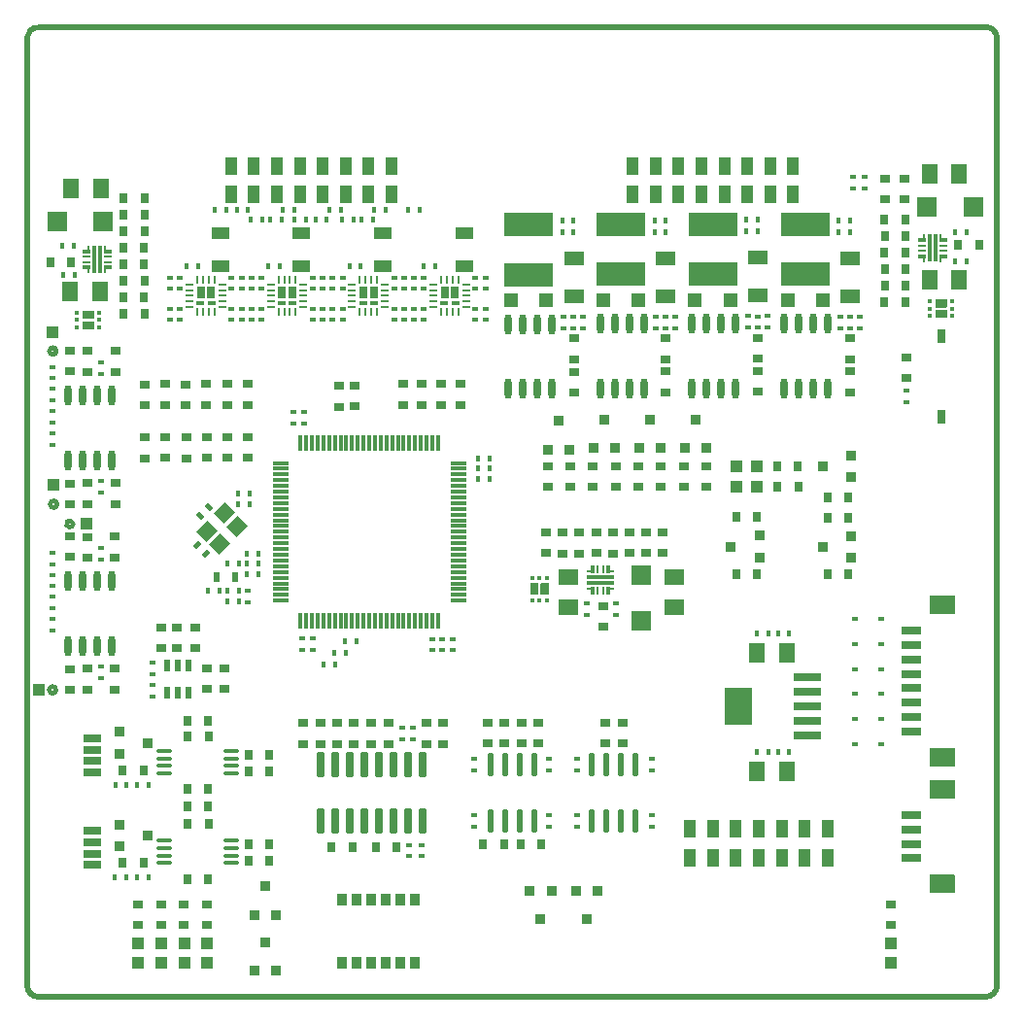
<source format=gbr>
G04*
G04 #@! TF.GenerationSoftware,Altium Limited,Altium Designer,24.1.2 (44)*
G04*
G04 Layer_Color=8421504*
%FSLAX44Y44*%
%MOMM*%
G71*
G04*
G04 #@! TF.SameCoordinates,594C4E7E-5880-4872-9B90-1EBF5E6123A4*
G04*
G04*
G04 #@! TF.FilePolarity,Positive*
G04*
G01*
G75*
%ADD16C,0.5080*%
%ADD20C,0.3810*%
G04:AMPARAMS|DCode=31|XSize=1.96mm|YSize=0.57mm|CornerRadius=0.1397mm|HoleSize=0mm|Usage=FLASHONLY|Rotation=270.000|XOffset=0mm|YOffset=0mm|HoleType=Round|Shape=RoundedRectangle|*
%AMROUNDEDRECTD31*
21,1,1.9600,0.2907,0,0,270.0*
21,1,1.6807,0.5700,0,0,270.0*
1,1,0.2793,-0.1454,-0.8404*
1,1,0.2793,-0.1454,0.8404*
1,1,0.2793,0.1454,0.8404*
1,1,0.2793,0.1454,-0.8404*
%
%ADD31ROUNDEDRECTD31*%
%ADD32O,0.6000X1.8000*%
%ADD33R,1.8000X1.4000*%
%ADD34R,1.4000X1.8000*%
%ADD35R,1.8000X1.8000*%
%ADD36R,1.8000X1.8000*%
%ADD37R,1.0000X1.5000*%
%ADD38R,0.8000X0.9000*%
%ADD39O,1.4500X0.3500*%
%ADD40R,0.2500X0.6500*%
%ADD41R,0.6500X0.3000*%
%ADD42R,0.7000X1.0000*%
%ADD43R,0.6500X0.2500*%
%ADD44R,0.6500X0.2286*%
%ADD45R,1.1500X1.3000*%
%ADD46R,0.4500X0.6000*%
%ADD47R,0.5000X0.4500*%
%ADD48R,1.5494X0.6604*%
%ADD49R,0.9500X0.9000*%
%ADD50R,0.9000X0.8000*%
%ADD51R,0.6000X0.4500*%
%ADD52R,1.0000X1.1000*%
%ADD53R,1.8000X0.7000*%
%ADD54R,0.8128X1.0922*%
%ADD55R,0.9000X0.9500*%
G04:AMPARAMS|DCode=56|XSize=2.16mm|YSize=0.72mm|CornerRadius=0.18mm|HoleSize=0mm|Usage=FLASHONLY|Rotation=90.000|XOffset=0mm|YOffset=0mm|HoleType=Round|Shape=RoundedRectangle|*
%AMROUNDEDRECTD56*
21,1,2.1600,0.3600,0,0,90.0*
21,1,1.8000,0.7200,0,0,90.0*
1,1,0.3600,0.1800,0.9000*
1,1,0.3600,0.1800,-0.9000*
1,1,0.3600,-0.1800,-0.9000*
1,1,0.3600,-0.1800,0.9000*
%
%ADD56ROUNDEDRECTD56*%
G04:AMPARAMS|DCode=57|XSize=3.2mm|YSize=2.4mm|CornerRadius=0.048mm|HoleSize=0mm|Usage=FLASHONLY|Rotation=270.000|XOffset=0mm|YOffset=0mm|HoleType=Round|Shape=RoundedRectangle|*
%AMROUNDEDRECTD57*
21,1,3.2000,2.3040,0,0,270.0*
21,1,3.1040,2.4000,0,0,270.0*
1,1,0.0960,-1.1520,-1.5520*
1,1,0.0960,-1.1520,1.5520*
1,1,0.0960,1.1520,1.5520*
1,1,0.0960,1.1520,-1.5520*
%
%ADD57ROUNDEDRECTD57*%
G04:AMPARAMS|DCode=58|XSize=0.7mm|YSize=2.4mm|CornerRadius=0.049mm|HoleSize=0mm|Usage=FLASHONLY|Rotation=270.000|XOffset=0mm|YOffset=0mm|HoleType=Round|Shape=RoundedRectangle|*
%AMROUNDEDRECTD58*
21,1,0.7000,2.3020,0,0,270.0*
21,1,0.6020,2.4000,0,0,270.0*
1,1,0.0980,-1.1510,-0.3010*
1,1,0.0980,-1.1510,0.3010*
1,1,0.0980,1.1510,0.3010*
1,1,0.0980,1.1510,-0.3010*
%
%ADD58ROUNDEDRECTD58*%
%ADD59R,0.3000X0.4500*%
%ADD60R,0.6000X1.0000*%
%ADD61R,0.6000X0.9000*%
%ADD62R,2.4000X0.3000*%
%ADD63R,0.3000X0.6500*%
%ADD64R,0.3000X2.4000*%
%ADD65R,0.6500X0.3000*%
%ADD66R,0.4500X0.3000*%
%ADD67R,1.1000X1.0000*%
%ADD68R,0.8000X1.2000*%
%ADD69R,0.3300X1.3500*%
%ADD70R,1.3500X0.3300*%
G04:AMPARAMS|DCode=71|XSize=1.4mm|YSize=1.2mm|CornerRadius=0mm|HoleSize=0mm|Usage=FLASHONLY|Rotation=45.000|XOffset=0mm|YOffset=0mm|HoleType=Round|Shape=Rectangle|*
%AMROTATEDRECTD71*
4,1,4,-0.0707,-0.9192,-0.9192,-0.0707,0.0707,0.9192,0.9192,0.0707,-0.0707,-0.9192,0.0*
%
%ADD71ROTATEDRECTD71*%

G04:AMPARAMS|DCode=72|XSize=0.45mm|YSize=0.6mm|CornerRadius=0mm|HoleSize=0mm|Usage=FLASHONLY|Rotation=315.000|XOffset=0mm|YOffset=0mm|HoleType=Round|Shape=Rectangle|*
%AMROTATEDRECTD72*
4,1,4,-0.3712,-0.0530,0.0530,0.3712,0.3712,0.0530,-0.0530,-0.3712,-0.3712,-0.0530,0.0*
%
%ADD72ROTATEDRECTD72*%

G04:AMPARAMS|DCode=73|XSize=0.45mm|YSize=0.6mm|CornerRadius=0mm|HoleSize=0mm|Usage=FLASHONLY|Rotation=225.000|XOffset=0mm|YOffset=0mm|HoleType=Round|Shape=Rectangle|*
%AMROTATEDRECTD73*
4,1,4,-0.0530,0.3712,0.3712,-0.0530,0.0530,-0.3712,-0.3712,0.0530,-0.0530,0.3712,0.0*
%
%ADD73ROTATEDRECTD73*%

%ADD74R,1.5000X1.0000*%
%ADD75R,4.2000X2.0000*%
%ADD76R,1.6510X1.2700*%
%ADD77R,1.0000X1.0000*%
G36*
X803579Y610089D02*
X803671Y610061D01*
X803756Y610016D01*
X803830Y609955D01*
X803891Y609881D01*
X803936Y609796D01*
X803964Y609704D01*
X803974Y609609D01*
Y603589D01*
X803964Y603493D01*
X803936Y603401D01*
X803891Y603317D01*
X803830Y603242D01*
X803756Y603181D01*
X803671Y603136D01*
X803579Y603108D01*
X803484Y603099D01*
X794464D01*
X794368Y603108D01*
X794276Y603136D01*
X794191Y603181D01*
X794117Y603242D01*
X794056Y603317D01*
X794011Y603401D01*
X793983Y603493D01*
X793973Y603589D01*
Y609609D01*
X793983Y609704D01*
X794011Y609796D01*
X794056Y609881D01*
X794117Y609955D01*
X794191Y610016D01*
X794276Y610061D01*
X794368Y610089D01*
X794464Y610099D01*
X803484D01*
X803579Y610089D01*
D02*
G37*
G36*
Y601089D02*
X803671Y601062D01*
X803756Y601016D01*
X803830Y600955D01*
X803891Y600881D01*
X803936Y600796D01*
X803964Y600704D01*
X803974Y600609D01*
Y594589D01*
X803964Y594493D01*
X803936Y594401D01*
X803891Y594317D01*
X803830Y594242D01*
X803756Y594181D01*
X803671Y594136D01*
X803579Y594108D01*
X803484Y594099D01*
X794464D01*
X794368Y594108D01*
X794276Y594136D01*
X794191Y594181D01*
X794117Y594242D01*
X794056Y594317D01*
X794011Y594401D01*
X793983Y594493D01*
X793973Y594589D01*
Y600609D01*
X793983Y600704D01*
X794011Y600796D01*
X794056Y600881D01*
X794117Y600955D01*
X794191Y601016D01*
X794276Y601062D01*
X794368Y601089D01*
X794464Y601099D01*
X803484D01*
X803579Y601089D01*
D02*
G37*
G36*
X60132Y600176D02*
X60224Y600149D01*
X60309Y600103D01*
X60383Y600042D01*
X60444Y599968D01*
X60490Y599883D01*
X60518Y599791D01*
X60527Y599696D01*
Y593676D01*
X60518Y593580D01*
X60490Y593488D01*
X60444Y593404D01*
X60383Y593329D01*
X60309Y593268D01*
X60224Y593223D01*
X60132Y593195D01*
X60037Y593186D01*
X51017D01*
X50921Y593195D01*
X50829Y593223D01*
X50745Y593268D01*
X50670Y593329D01*
X50609Y593404D01*
X50564Y593488D01*
X50536Y593580D01*
X50527Y593676D01*
Y599696D01*
X50536Y599791D01*
X50564Y599883D01*
X50609Y599968D01*
X50670Y600042D01*
X50745Y600103D01*
X50829Y600149D01*
X50921Y600176D01*
X51017Y600186D01*
X60037D01*
X60132Y600176D01*
D02*
G37*
G36*
Y591176D02*
X60224Y591149D01*
X60309Y591103D01*
X60383Y591042D01*
X60444Y590968D01*
X60490Y590883D01*
X60518Y590792D01*
X60527Y590696D01*
Y584676D01*
X60518Y584580D01*
X60490Y584488D01*
X60444Y584404D01*
X60383Y584329D01*
X60309Y584268D01*
X60224Y584223D01*
X60132Y584195D01*
X60037Y584186D01*
X51017D01*
X50921Y584195D01*
X50829Y584223D01*
X50745Y584268D01*
X50670Y584329D01*
X50609Y584404D01*
X50564Y584488D01*
X50536Y584580D01*
X50527Y584676D01*
Y590696D01*
X50536Y590792D01*
X50564Y590883D01*
X50609Y590968D01*
X50670Y591042D01*
X50745Y591103D01*
X50829Y591149D01*
X50921Y591176D01*
X51017Y591186D01*
X60037D01*
X60132Y591176D01*
D02*
G37*
G36*
X456469Y362832D02*
X456561Y362804D01*
X456645Y362758D01*
X456720Y362697D01*
X456781Y362623D01*
X456826Y362539D01*
X456854Y362447D01*
X456863Y362351D01*
Y353331D01*
X456854Y353235D01*
X456826Y353144D01*
X456781Y353059D01*
X456720Y352985D01*
X456645Y352924D01*
X456561Y352878D01*
X456469Y352850D01*
X456373Y352841D01*
X450353D01*
X450258Y352850D01*
X450166Y352878D01*
X450081Y352924D01*
X450007Y352985D01*
X449946Y353059D01*
X449901Y353144D01*
X449873Y353235D01*
X449863Y353331D01*
Y362351D01*
X449873Y362447D01*
X449901Y362539D01*
X449946Y362623D01*
X450007Y362697D01*
X450081Y362758D01*
X450166Y362804D01*
X450258Y362832D01*
X450353Y362841D01*
X456373D01*
X456469Y362832D01*
D02*
G37*
G36*
X447469D02*
X447561Y362804D01*
X447645Y362758D01*
X447720Y362697D01*
X447781Y362623D01*
X447826Y362539D01*
X447854Y362447D01*
X447863Y362351D01*
Y353331D01*
X447854Y353235D01*
X447826Y353144D01*
X447781Y353059D01*
X447720Y352985D01*
X447645Y352924D01*
X447561Y352878D01*
X447469Y352850D01*
X447373Y352841D01*
X441353D01*
X441258Y352850D01*
X441166Y352878D01*
X441081Y352924D01*
X441007Y352985D01*
X440946Y353059D01*
X440900Y353144D01*
X440873Y353235D01*
X440863Y353331D01*
Y362351D01*
X440873Y362447D01*
X440900Y362539D01*
X440946Y362623D01*
X441007Y362697D01*
X441081Y362758D01*
X441166Y362804D01*
X441258Y362832D01*
X441353Y362841D01*
X447373D01*
X447469Y362832D01*
D02*
G37*
G36*
X811000Y336114D02*
X810950Y336094D01*
X810930Y336084D01*
X810900Y336074D01*
X810880Y336064D01*
X810860Y336054D01*
X810840Y336034D01*
X810810Y336024D01*
X810790Y336014D01*
X810770Y336004D01*
X810750Y335994D01*
X810720Y335984D01*
X810700Y335964D01*
X810680Y335954D01*
X810660Y335944D01*
X810640Y335934D01*
X810610Y335924D01*
X810590Y335904D01*
X810570Y335894D01*
X810550Y335884D01*
X810530Y335864D01*
X810510Y335854D01*
X810480Y335844D01*
X810460Y335834D01*
X810440Y335814D01*
X810420Y335804D01*
X810400Y335784D01*
X810380Y335774D01*
X810360Y335764D01*
X810340Y335744D01*
X810350Y335754D01*
X789000D01*
Y351754D01*
X811000D01*
Y336114D01*
D02*
G37*
G36*
X810350Y219254D02*
X810345D01*
X810360Y219244D01*
X810380Y219234D01*
X810400Y219224D01*
X810420Y219204D01*
X810440Y219194D01*
X810460Y219184D01*
X810480Y219164D01*
X810500Y219154D01*
X810530Y219144D01*
X810550Y219124D01*
X810570Y219114D01*
X810590Y219104D01*
X810610Y219094D01*
X810630Y219074D01*
X810660Y219064D01*
X810680Y219054D01*
X810700Y219044D01*
X810720Y219034D01*
X810740Y219014D01*
X810770Y219004D01*
X810790Y218994D01*
X810810Y218984D01*
X810830Y218974D01*
X810860Y218964D01*
X810880Y218944D01*
X810900Y218934D01*
X810920Y218924D01*
X810950Y218914D01*
X811000Y218894D01*
Y203254D01*
X789000D01*
Y219254D01*
X810345D01*
X810330Y219264D01*
X810350Y219254D01*
D02*
G37*
G36*
X811000Y175609D02*
X810950Y175589D01*
X810930Y175579D01*
X810900Y175569D01*
X810880Y175559D01*
X810860Y175549D01*
X810840Y175529D01*
X810810Y175519D01*
X810790Y175509D01*
X810770Y175499D01*
X810750Y175489D01*
X810720Y175479D01*
X810700Y175459D01*
X810680Y175449D01*
X810660Y175439D01*
X810640Y175429D01*
X810610Y175419D01*
X810590Y175399D01*
X810570Y175389D01*
X810550Y175379D01*
X810530Y175359D01*
X810510Y175349D01*
X810480Y175339D01*
X810460Y175329D01*
X810440Y175309D01*
X810420Y175299D01*
X810400Y175279D01*
X810380Y175269D01*
X810360Y175259D01*
X810340Y175239D01*
X810350Y175249D01*
X789000D01*
Y191249D01*
X811000D01*
Y175609D01*
D02*
G37*
G36*
X810360Y108739D02*
X810380Y108729D01*
X810400Y108719D01*
X810420Y108699D01*
X810440Y108689D01*
X810460Y108669D01*
X810480Y108659D01*
X810510Y108649D01*
X810530Y108639D01*
X810550Y108619D01*
X810570Y108609D01*
X810590Y108599D01*
X810610Y108579D01*
X810640Y108569D01*
X810660Y108559D01*
X810680Y108549D01*
X810700Y108539D01*
X810720Y108519D01*
X810750Y108509D01*
X810770Y108499D01*
X810790Y108489D01*
X810810Y108479D01*
X810840Y108469D01*
X810860Y108449D01*
X810880Y108439D01*
X810900Y108429D01*
X810930Y108419D01*
X810950Y108409D01*
X811000Y108389D01*
Y92749D01*
X789000D01*
Y108749D01*
X810350D01*
X810340Y108759D01*
X810360Y108739D01*
D02*
G37*
D16*
X2517Y12098D02*
G03*
X5386Y5173I9794J0D01*
G01*
D02*
G03*
X11795Y2518I6409J6409D01*
G01*
X838080D02*
G03*
X844685Y5254I0J9341D01*
G01*
D02*
G03*
X847542Y12153I-6899J6899D01*
G01*
Y837706D02*
G03*
X844550Y844930I-10216J0D01*
G01*
D02*
G03*
X838430Y847465I-6120J-6120D01*
G01*
X12537Y847459D02*
G03*
X4888Y844291I0J-10818D01*
G01*
D02*
G03*
X2517Y838567I5723J-5723D01*
G01*
X847542Y12153D02*
Y837706D01*
X847090Y12605D02*
Y23622D01*
X2517Y834390D02*
X2517Y12098D01*
X2545Y714060D02*
Y834362D01*
Y714060D02*
Y834362D01*
X11795Y2518D02*
X838080D01*
X11817Y2540D02*
X22098D01*
X12537Y847459D02*
X64411D01*
X64417Y847465D02*
X838430D01*
X847090Y12605D02*
X847542Y12153D01*
X847090Y12605D02*
X847542Y12153D01*
X11795Y2518D02*
X11817Y2540D01*
X2517Y834390D02*
X2545Y834362D01*
X2517Y834390D02*
X2545Y834362D01*
X64411Y847459D02*
X64417Y847465D01*
X2517Y834390D02*
Y838567D01*
D20*
X27811Y565187D02*
G03*
X27811Y565187I-3000J0D01*
G01*
X27590Y269772D02*
G03*
X27590Y269772I-3000J0D01*
G01*
X39406Y411625D02*
G03*
X42370Y414624I-36J3000D01*
G01*
D02*
G03*
X39406Y411625I-3000J0D01*
G01*
X28478Y431676D02*
G03*
X28478Y431676I-3000J0D01*
G01*
D31*
X406525Y155652D02*
D03*
X419225D02*
D03*
X431925D02*
D03*
X444624D02*
D03*
Y205052D02*
D03*
X431925D02*
D03*
X419225D02*
D03*
X406525D02*
D03*
X532839D02*
D03*
X520139D02*
D03*
X507439D02*
D03*
X494739D02*
D03*
Y155652D02*
D03*
X507439D02*
D03*
X520139D02*
D03*
X532839D02*
D03*
D32*
X662380Y532331D02*
D03*
X675080D02*
D03*
X687780D02*
D03*
X700480D02*
D03*
X662380Y588831D02*
D03*
X675080D02*
D03*
X687780D02*
D03*
X700480D02*
D03*
X581862Y532584D02*
D03*
X594562D02*
D03*
X607262D02*
D03*
X619962D02*
D03*
X581862Y589085D02*
D03*
X594562D02*
D03*
X607262D02*
D03*
X619962D02*
D03*
X501542Y532331D02*
D03*
X514242D02*
D03*
X526942D02*
D03*
X539642D02*
D03*
X501542Y588831D02*
D03*
X514242D02*
D03*
X526942D02*
D03*
X539642D02*
D03*
X421194Y532078D02*
D03*
X433894D02*
D03*
X446594D02*
D03*
X459294D02*
D03*
X421194Y588578D02*
D03*
X433894D02*
D03*
X446594D02*
D03*
X459294D02*
D03*
X38100Y469844D02*
D03*
X50800D02*
D03*
X63500D02*
D03*
X76200D02*
D03*
X38100Y526344D02*
D03*
X50800D02*
D03*
X63500D02*
D03*
X76200D02*
D03*
X76152Y364440D02*
D03*
X63452D02*
D03*
X50752D02*
D03*
X38052D02*
D03*
X76152Y307940D02*
D03*
X63452D02*
D03*
X50752D02*
D03*
X38052D02*
D03*
D33*
X566674Y368300D02*
D03*
Y342300D02*
D03*
X473834Y368205D02*
D03*
Y342205D02*
D03*
D34*
X788742Y719697D02*
D03*
X814742D02*
D03*
X66856Y707070D02*
D03*
X40856D02*
D03*
X664690Y302361D02*
D03*
X638690D02*
D03*
X664690Y198965D02*
D03*
X638690D02*
D03*
X788742Y626990D02*
D03*
X814742D02*
D03*
X65586Y617221D02*
D03*
X39586D02*
D03*
D35*
X537469Y370300D02*
D03*
Y330300D02*
D03*
D36*
X786742Y690491D02*
D03*
X826742D02*
D03*
X68816Y678053D02*
D03*
X28816D02*
D03*
D37*
X529997Y701498D02*
D03*
Y726498D02*
D03*
X549998Y701498D02*
D03*
Y726498D02*
D03*
X569998Y701498D02*
D03*
Y726498D02*
D03*
X589997Y701498D02*
D03*
Y726498D02*
D03*
X609998Y701498D02*
D03*
Y726498D02*
D03*
X629997Y701498D02*
D03*
Y726498D02*
D03*
X649998Y701498D02*
D03*
Y726498D02*
D03*
X669998Y701498D02*
D03*
Y726498D02*
D03*
X179998Y701498D02*
D03*
Y726498D02*
D03*
X199998Y701498D02*
D03*
Y726498D02*
D03*
X219998Y701498D02*
D03*
Y726498D02*
D03*
X239998Y701498D02*
D03*
Y726498D02*
D03*
X259998Y701498D02*
D03*
Y726498D02*
D03*
X279998Y701498D02*
D03*
Y726498D02*
D03*
X299998Y701498D02*
D03*
Y726498D02*
D03*
X319998Y701498D02*
D03*
Y726498D02*
D03*
X580002Y123502D02*
D03*
Y148502D02*
D03*
X600002Y123502D02*
D03*
Y148502D02*
D03*
X620002Y123502D02*
D03*
Y148502D02*
D03*
X640002Y123502D02*
D03*
Y148502D02*
D03*
X660002Y123502D02*
D03*
Y148502D02*
D03*
X680002Y123502D02*
D03*
Y148502D02*
D03*
X700002Y123502D02*
D03*
Y148502D02*
D03*
D38*
X195370Y121305D02*
D03*
X213529Y121307D02*
D03*
X160238Y104979D02*
D03*
X142079Y104977D02*
D03*
X160617Y229109D02*
D03*
X142458Y229108D02*
D03*
X160238Y168655D02*
D03*
X142079Y168653D02*
D03*
X160238Y183642D02*
D03*
X142079Y183641D02*
D03*
X160617Y153494D02*
D03*
X142458Y153493D02*
D03*
X213529Y213510D02*
D03*
X195370Y213509D02*
D03*
Y199031D02*
D03*
X213529Y199032D02*
D03*
X195370Y135529D02*
D03*
X213529Y135531D02*
D03*
X160238Y243214D02*
D03*
X142079Y243213D02*
D03*
X103778Y199659D02*
D03*
X85620Y199658D02*
D03*
X103644Y118964D02*
D03*
X85485Y118963D02*
D03*
X450720Y135383D02*
D03*
X432561Y135382D02*
D03*
X306118Y132837D02*
D03*
X324277Y132839D02*
D03*
X399926Y135381D02*
D03*
X418085Y135382D02*
D03*
X285923Y132839D02*
D03*
X267764Y132837D02*
D03*
X104676Y684271D02*
D03*
X86517Y684270D02*
D03*
X700083Y437963D02*
D03*
X718242Y437964D02*
D03*
X749927Y636741D02*
D03*
X768086Y636742D02*
D03*
X749548Y651203D02*
D03*
X767707Y651204D02*
D03*
X749927Y622278D02*
D03*
X768086Y622280D02*
D03*
X749927Y665667D02*
D03*
X768086Y665668D02*
D03*
X767707Y680130D02*
D03*
X749548Y680128D02*
D03*
Y607814D02*
D03*
X767707Y607816D02*
D03*
X813838Y657468D02*
D03*
X831996Y657469D02*
D03*
X638582Y370670D02*
D03*
X620423Y370669D02*
D03*
X700083Y370399D02*
D03*
X718242Y370400D02*
D03*
X620423Y420453D02*
D03*
X638582Y420454D02*
D03*
X674620Y447313D02*
D03*
X656461Y447311D02*
D03*
X655699Y464820D02*
D03*
X673858Y464821D02*
D03*
X718242Y420184D02*
D03*
X700083Y420183D02*
D03*
X86517Y698714D02*
D03*
X104676Y698715D02*
D03*
Y669827D02*
D03*
X86517Y669826D02*
D03*
Y597607D02*
D03*
X104676Y597608D02*
D03*
X86138Y655381D02*
D03*
X104297Y655382D02*
D03*
X22482Y642619D02*
D03*
X40641Y642620D02*
D03*
X104676Y626496D02*
D03*
X86517Y626494D02*
D03*
X104297Y612051D02*
D03*
X86138Y612049D02*
D03*
Y640937D02*
D03*
X104297Y640938D02*
D03*
D39*
X121671Y138553D02*
D03*
Y132053D02*
D03*
Y125553D02*
D03*
Y119053D02*
D03*
X180171Y138553D02*
D03*
Y132053D02*
D03*
Y125553D02*
D03*
Y119053D02*
D03*
X121806Y216708D02*
D03*
Y210208D02*
D03*
Y203708D02*
D03*
Y197208D02*
D03*
X180306Y216708D02*
D03*
Y210208D02*
D03*
Y203708D02*
D03*
Y197208D02*
D03*
D40*
X363158Y627413D02*
D03*
Y599213D02*
D03*
X368158D02*
D03*
X373158D02*
D03*
X378158D02*
D03*
X368158Y627413D02*
D03*
X373158D02*
D03*
X378158D02*
D03*
X221440Y627408D02*
D03*
Y599208D02*
D03*
X226440D02*
D03*
X231440D02*
D03*
X236440D02*
D03*
X226440Y627408D02*
D03*
X231440D02*
D03*
X236440D02*
D03*
X292296D02*
D03*
Y599208D02*
D03*
X297296D02*
D03*
X302296D02*
D03*
X307296D02*
D03*
X297296Y627408D02*
D03*
X302296D02*
D03*
X307296D02*
D03*
X150666D02*
D03*
Y599208D02*
D03*
X155666D02*
D03*
X160666D02*
D03*
X165666D02*
D03*
X155666Y627408D02*
D03*
X160666D02*
D03*
X165666D02*
D03*
X499709Y356378D02*
D03*
X504201D02*
D03*
X499709Y374877D02*
D03*
X504201Y374848D02*
D03*
X783911Y646230D02*
D03*
X798410D02*
D03*
X798410Y663730D02*
D03*
X783940D02*
D03*
X70567Y653858D02*
D03*
X56068D02*
D03*
X56068Y636358D02*
D03*
X70538D02*
D03*
D41*
X365909Y606810D02*
D03*
X375408D02*
D03*
X224191Y606806D02*
D03*
X233690D02*
D03*
X295046D02*
D03*
X304546D02*
D03*
X153416D02*
D03*
X162916D02*
D03*
D42*
X366158Y616313D02*
D03*
X375158D02*
D03*
X224440Y616308D02*
D03*
X233440D02*
D03*
X295296D02*
D03*
X304296D02*
D03*
X153666D02*
D03*
X162666D02*
D03*
D43*
X356408Y603313D02*
D03*
Y608313D02*
D03*
Y618313D02*
D03*
Y623313D02*
D03*
X384908D02*
D03*
Y618313D02*
D03*
Y613313D02*
D03*
Y608313D02*
D03*
Y603313D02*
D03*
X214690Y603308D02*
D03*
Y608308D02*
D03*
Y618308D02*
D03*
Y623308D02*
D03*
X243190D02*
D03*
Y618308D02*
D03*
Y613308D02*
D03*
Y608308D02*
D03*
Y603308D02*
D03*
X285546D02*
D03*
Y608308D02*
D03*
Y618308D02*
D03*
Y623308D02*
D03*
X314046D02*
D03*
Y618308D02*
D03*
Y613308D02*
D03*
Y608308D02*
D03*
Y603308D02*
D03*
X143916D02*
D03*
Y608308D02*
D03*
Y618308D02*
D03*
Y623308D02*
D03*
X172416D02*
D03*
Y618308D02*
D03*
Y613308D02*
D03*
Y608308D02*
D03*
Y603308D02*
D03*
X493207Y372877D02*
D03*
Y358378D02*
D03*
X510707Y358378D02*
D03*
Y372848D02*
D03*
X800411Y652732D02*
D03*
Y657223D02*
D03*
X781911Y652732D02*
D03*
X781941Y657223D02*
D03*
X54068Y647357D02*
D03*
Y642865D02*
D03*
X72567Y647357D02*
D03*
X72538Y642865D02*
D03*
D44*
X356408Y613313D02*
D03*
X214690Y613308D02*
D03*
X285546D02*
D03*
X143916D02*
D03*
D45*
X696020Y609350D02*
D03*
X665020D02*
D03*
X615500D02*
D03*
X584500D02*
D03*
X535180D02*
D03*
X504180D02*
D03*
X454840D02*
D03*
X423840D02*
D03*
D46*
X558974Y669037D02*
D03*
X548973D02*
D03*
X558974Y679197D02*
D03*
X548973D02*
D03*
X629292Y669290D02*
D03*
X639293D02*
D03*
X629292Y679451D02*
D03*
X639293D02*
D03*
X108378Y186945D02*
D03*
X98377D02*
D03*
X89074D02*
D03*
X79073D02*
D03*
X108243Y106250D02*
D03*
X98242D02*
D03*
X88939D02*
D03*
X78938D02*
D03*
X638620Y215711D02*
D03*
X648621D02*
D03*
X656480Y215712D02*
D03*
X666480D02*
D03*
X279956Y302259D02*
D03*
X269955D02*
D03*
X270431Y292099D02*
D03*
X260430D02*
D03*
X279480Y312419D02*
D03*
X289481D02*
D03*
X186261Y431801D02*
D03*
X196262D02*
D03*
X196263Y440689D02*
D03*
X186262D02*
D03*
X810870Y668897D02*
D03*
X820871D02*
D03*
X811378Y643497D02*
D03*
X821379D02*
D03*
X293529Y679451D02*
D03*
X303530D02*
D03*
X287115Y679448D02*
D03*
X277114D02*
D03*
X395050Y453897D02*
D03*
X405051D02*
D03*
X405050Y462663D02*
D03*
X395049D02*
D03*
Y471423D02*
D03*
X405050D02*
D03*
X203883Y370839D02*
D03*
X193882D02*
D03*
X193881Y379731D02*
D03*
X203882D02*
D03*
X177032Y346716D02*
D03*
X187033D02*
D03*
X160190Y355973D02*
D03*
X170191D02*
D03*
X177023D02*
D03*
X187024D02*
D03*
X203956Y388359D02*
D03*
X193955D02*
D03*
X177023Y379729D02*
D03*
X187024D02*
D03*
X304880Y688339D02*
D03*
X314881D02*
D03*
X234871D02*
D03*
X224870D02*
D03*
X347805Y639065D02*
D03*
X357806D02*
D03*
X212332D02*
D03*
X222332D02*
D03*
X184992Y688339D02*
D03*
X194993D02*
D03*
X275511D02*
D03*
X265510D02*
D03*
X263572Y679451D02*
D03*
X253571D02*
D03*
X165864Y688645D02*
D03*
X175865D02*
D03*
X666480Y319344D02*
D03*
X656480D02*
D03*
X334344Y688339D02*
D03*
X344345D02*
D03*
X235538Y679448D02*
D03*
X245539D02*
D03*
X213853Y679451D02*
D03*
X223854D02*
D03*
X207185Y679448D02*
D03*
X197184D02*
D03*
X283188Y639065D02*
D03*
X293188D02*
D03*
X151558D02*
D03*
X141557D02*
D03*
X719811Y679197D02*
D03*
X709810D02*
D03*
X719811Y669037D02*
D03*
X709810D02*
D03*
X478626Y678944D02*
D03*
X468625D02*
D03*
X478626Y668784D02*
D03*
X468625D02*
D03*
X648621Y319343D02*
D03*
X638620D02*
D03*
X43100Y656591D02*
D03*
X33099D02*
D03*
X43608Y631191D02*
D03*
X33607D02*
D03*
D47*
X723956Y222885D02*
D03*
X746756D02*
D03*
X723956Y244631D02*
D03*
X746756D02*
D03*
X723956Y266376D02*
D03*
X746756D02*
D03*
X723956Y288122D02*
D03*
X746756D02*
D03*
X723956Y309867D02*
D03*
X746756D02*
D03*
X723956Y331613D02*
D03*
X746756D02*
D03*
D48*
X59210Y197848D02*
D03*
Y207848D02*
D03*
Y227848D02*
D03*
Y217848D02*
D03*
X59075Y117153D02*
D03*
Y127153D02*
D03*
Y147153D02*
D03*
Y137153D02*
D03*
D49*
X107751Y223722D02*
D03*
X82751Y233222D02*
D03*
Y214222D02*
D03*
X107616Y143027D02*
D03*
X82616Y152527D02*
D03*
Y133527D02*
D03*
X615438Y394799D02*
D03*
X640438Y385299D02*
D03*
Y404299D02*
D03*
X720712Y404029D02*
D03*
Y385029D02*
D03*
X695712Y394529D02*
D03*
Y464887D02*
D03*
X720712Y455387D02*
D03*
Y474387D02*
D03*
D50*
X521408Y241170D02*
D03*
X521409Y223011D02*
D03*
X719892Y558168D02*
D03*
X719891Y576327D02*
D03*
X719890Y547494D02*
D03*
X719891Y529335D02*
D03*
X767206Y715305D02*
D03*
X767207Y697146D02*
D03*
X750049D02*
D03*
X750047Y715305D02*
D03*
X99041Y64700D02*
D03*
X99040Y82859D02*
D03*
X119075Y64700D02*
D03*
X119074Y82859D02*
D03*
X139110Y64700D02*
D03*
X139109Y82859D02*
D03*
X159143D02*
D03*
X159144Y64700D02*
D03*
X755251D02*
D03*
X755250Y82859D02*
D03*
X433155Y223011D02*
D03*
X433153Y241170D02*
D03*
X447802Y223011D02*
D03*
X447801Y241170D02*
D03*
X506169Y223011D02*
D03*
X506167Y241170D02*
D03*
X350568Y241049D02*
D03*
X350569Y222891D02*
D03*
X364538Y241049D02*
D03*
X364539Y222891D02*
D03*
X403860Y223011D02*
D03*
X403859Y241170D02*
D03*
X418507Y223011D02*
D03*
X418506Y241170D02*
D03*
X242619Y222891D02*
D03*
X242618Y241049D02*
D03*
X272426D02*
D03*
X272427Y222891D02*
D03*
X287068Y241049D02*
D03*
X287069Y222891D02*
D03*
X302308Y241049D02*
D03*
X302309Y222891D02*
D03*
X317278Y241049D02*
D03*
X317279Y222891D02*
D03*
X257858Y241049D02*
D03*
X257859Y222891D02*
D03*
X495555Y465048D02*
D03*
X495557Y446889D02*
D03*
X515291Y465048D02*
D03*
X515292Y446889D02*
D03*
X535027Y465048D02*
D03*
X535028Y446889D02*
D03*
X554763Y465048D02*
D03*
X554764Y446889D02*
D03*
X574498Y465048D02*
D03*
X574500Y446889D02*
D03*
X594234Y465048D02*
D03*
X594235Y446889D02*
D03*
X556033Y389081D02*
D03*
X556031Y407240D02*
D03*
X541569D02*
D03*
X541570Y389081D02*
D03*
X512645Y388702D02*
D03*
X512644Y406861D02*
D03*
X483720Y388702D02*
D03*
X483718Y406861D02*
D03*
X498180Y407240D02*
D03*
X498181Y389081D02*
D03*
X469257Y388702D02*
D03*
X469256Y406861D02*
D03*
X527106Y407240D02*
D03*
X527107Y389081D02*
D03*
X454792Y407240D02*
D03*
X454793Y389081D02*
D03*
X194628Y472185D02*
D03*
X194627Y490344D02*
D03*
X176734Y472185D02*
D03*
X176732Y490344D02*
D03*
X158838D02*
D03*
X158839Y472185D02*
D03*
X105157Y471806D02*
D03*
X105156Y489965D02*
D03*
X123049Y490344D02*
D03*
X123050Y472185D02*
D03*
X140946Y471806D02*
D03*
X140945Y489965D02*
D03*
X379729Y536572D02*
D03*
X379730Y518413D02*
D03*
X363134Y536572D02*
D03*
X363135Y518413D02*
D03*
X273813Y516764D02*
D03*
X273812Y534923D02*
D03*
X287781Y535302D02*
D03*
X287782Y517143D02*
D03*
X475821Y446889D02*
D03*
X475820Y465048D02*
D03*
X456085Y446889D02*
D03*
X456084Y465048D02*
D03*
X105157Y518034D02*
D03*
X105156Y536193D02*
D03*
X39601Y431676D02*
D03*
X39600Y449835D02*
D03*
X54609Y450214D02*
D03*
X54610Y432055D02*
D03*
X79049Y450214D02*
D03*
X79050Y432055D02*
D03*
X39551Y403878D02*
D03*
X39552Y385719D02*
D03*
X54563Y385088D02*
D03*
X54562Y403247D02*
D03*
X79002Y403499D02*
D03*
X79003Y385340D02*
D03*
X79002Y270151D02*
D03*
X79001Y288310D02*
D03*
X54562Y270151D02*
D03*
X54561Y288310D02*
D03*
X39552Y287931D02*
D03*
X39553Y269772D02*
D03*
X79051Y547244D02*
D03*
X79050Y565403D02*
D03*
X54611Y546992D02*
D03*
X54610Y565151D02*
D03*
X39600Y547623D02*
D03*
X39599Y565782D02*
D03*
X176734Y518413D02*
D03*
X176732Y536572D02*
D03*
X194627Y536318D02*
D03*
X194628Y518159D02*
D03*
X329945Y536572D02*
D03*
X329946Y518413D02*
D03*
X346539Y536572D02*
D03*
X346541Y518413D02*
D03*
X158774Y270781D02*
D03*
X158773Y288940D02*
D03*
X174014Y270781D02*
D03*
X174013Y288940D02*
D03*
X148825Y305991D02*
D03*
X148824Y324150D02*
D03*
X133120Y305991D02*
D03*
X133118Y324150D02*
D03*
X119142Y305991D02*
D03*
X119141Y324150D02*
D03*
X504447Y324792D02*
D03*
X504445Y342951D02*
D03*
X768351Y541610D02*
D03*
X768350Y559769D02*
D03*
X639374Y558421D02*
D03*
X639373Y576580D02*
D03*
X559053Y547494D02*
D03*
X559054Y529335D02*
D03*
Y576327D02*
D03*
X559055Y558168D02*
D03*
X478704Y547241D02*
D03*
X478706Y529082D02*
D03*
Y576073D02*
D03*
X478707Y557915D02*
D03*
X639373Y529588D02*
D03*
X639372Y547747D02*
D03*
X158039Y518413D02*
D03*
X158038Y536572D02*
D03*
X122784Y518413D02*
D03*
X122782Y536572D02*
D03*
X140412Y518034D02*
D03*
X140411Y536193D02*
D03*
D51*
X24643Y532050D02*
D03*
Y522050D02*
D03*
X24589Y340841D02*
D03*
Y350842D02*
D03*
Y321537D02*
D03*
Y331538D02*
D03*
X24637Y512746D02*
D03*
Y502746D02*
D03*
Y493442D02*
D03*
Y483441D02*
D03*
X24595Y360146D02*
D03*
Y370146D02*
D03*
X24591Y379450D02*
D03*
Y389451D02*
D03*
X457198Y160864D02*
D03*
Y150863D02*
D03*
X481628Y160864D02*
D03*
Y150863D02*
D03*
X457201Y199724D02*
D03*
Y209725D02*
D03*
X481631Y199724D02*
D03*
Y209725D02*
D03*
X547163Y150863D02*
D03*
Y160864D02*
D03*
X547160Y209725D02*
D03*
Y199724D02*
D03*
X334822Y124927D02*
D03*
Y134928D02*
D03*
X346503D02*
D03*
Y124927D02*
D03*
X328978Y237036D02*
D03*
Y227035D02*
D03*
X338886Y227036D02*
D03*
Y237036D02*
D03*
X391921Y209725D02*
D03*
Y199724D02*
D03*
X391924Y150863D02*
D03*
Y160864D02*
D03*
X487086Y585042D02*
D03*
Y595043D02*
D03*
X478452Y584963D02*
D03*
Y594963D02*
D03*
X567435Y595296D02*
D03*
Y585295D02*
D03*
X558800Y595217D02*
D03*
Y585216D02*
D03*
X647754Y585549D02*
D03*
Y595549D02*
D03*
X639119Y585469D02*
D03*
Y595470D02*
D03*
X550165Y585296D02*
D03*
Y595297D02*
D03*
X728272Y585295D02*
D03*
Y595296D02*
D03*
X719637Y585216D02*
D03*
Y595217D02*
D03*
X630485Y595550D02*
D03*
Y585549D02*
D03*
X711003Y595297D02*
D03*
Y585296D02*
D03*
X469817Y595043D02*
D03*
Y585043D02*
D03*
X722377Y707054D02*
D03*
Y717055D02*
D03*
X732539Y707054D02*
D03*
Y717055D02*
D03*
X339494Y602140D02*
D03*
Y592139D02*
D03*
X348127D02*
D03*
Y602140D02*
D03*
X66800Y441963D02*
D03*
Y451964D02*
D03*
X66755Y383590D02*
D03*
Y393591D02*
D03*
X66752Y290060D02*
D03*
Y280059D02*
D03*
X24639Y541354D02*
D03*
Y551355D02*
D03*
X66803Y555495D02*
D03*
Y545494D02*
D03*
X111310Y283791D02*
D03*
Y293792D02*
D03*
Y264292D02*
D03*
Y274292D02*
D03*
X515874Y345410D02*
D03*
Y335409D02*
D03*
X490474Y345410D02*
D03*
Y335409D02*
D03*
X768603Y530478D02*
D03*
Y520477D02*
D03*
X373127Y304414D02*
D03*
Y314414D02*
D03*
X364361D02*
D03*
Y304414D02*
D03*
X355599Y314414D02*
D03*
Y304414D02*
D03*
X242317Y304625D02*
D03*
Y314626D02*
D03*
X251205D02*
D03*
Y304625D02*
D03*
X195010Y346157D02*
D03*
Y356158D02*
D03*
X243585Y511730D02*
D03*
Y501729D02*
D03*
X234697D02*
D03*
Y511730D02*
D03*
X127001Y629333D02*
D03*
Y619332D02*
D03*
X251370Y629333D02*
D03*
Y619332D02*
D03*
X206412Y629333D02*
D03*
Y619332D02*
D03*
X260006D02*
D03*
Y629333D02*
D03*
X197776Y619332D02*
D03*
Y629333D02*
D03*
X180595D02*
D03*
Y619332D02*
D03*
X135637Y629333D02*
D03*
Y619332D02*
D03*
X189231Y629333D02*
D03*
Y619332D02*
D03*
X251367Y602136D02*
D03*
Y592135D02*
D03*
X393085Y602140D02*
D03*
Y592139D02*
D03*
X401721Y602140D02*
D03*
Y592139D02*
D03*
X260003Y602136D02*
D03*
Y592135D02*
D03*
X322225Y629333D02*
D03*
Y619332D02*
D03*
X277267Y629333D02*
D03*
Y619332D02*
D03*
X127001Y592135D02*
D03*
Y602136D02*
D03*
X135634D02*
D03*
Y592135D02*
D03*
X268631D02*
D03*
Y602136D02*
D03*
X277264D02*
D03*
Y592135D02*
D03*
X330862Y629333D02*
D03*
Y619332D02*
D03*
X268631Y629333D02*
D03*
Y619332D02*
D03*
X322223Y602136D02*
D03*
Y592135D02*
D03*
X180592D02*
D03*
Y602136D02*
D03*
X330858D02*
D03*
Y592135D02*
D03*
X189228D02*
D03*
Y602136D02*
D03*
X393088Y629337D02*
D03*
Y619336D02*
D03*
X348130D02*
D03*
Y629337D02*
D03*
X197776Y602136D02*
D03*
Y592135D02*
D03*
X206409D02*
D03*
Y602136D02*
D03*
X401724Y629337D02*
D03*
Y619336D02*
D03*
X339494D02*
D03*
Y629337D02*
D03*
D52*
X119132Y49415D02*
D03*
Y32415D02*
D03*
X139167Y49415D02*
D03*
Y32415D02*
D03*
X159201Y49415D02*
D03*
Y32415D02*
D03*
X755308D02*
D03*
Y49415D02*
D03*
X99097D02*
D03*
Y32415D02*
D03*
D53*
X773000Y160749D02*
D03*
Y148249D02*
D03*
Y135749D02*
D03*
Y123249D02*
D03*
Y233754D02*
D03*
Y246254D02*
D03*
Y258754D02*
D03*
Y271254D02*
D03*
Y283754D02*
D03*
Y296254D02*
D03*
Y308754D02*
D03*
Y321254D02*
D03*
D54*
X276925Y31978D02*
D03*
X289625D02*
D03*
X302325D02*
D03*
X315025D02*
D03*
X327725D02*
D03*
X340425D02*
D03*
X276925Y86978D02*
D03*
X289625D02*
D03*
X302325D02*
D03*
X315025D02*
D03*
X327725D02*
D03*
X340425D02*
D03*
D55*
X210000Y98606D02*
D03*
X200500Y73606D02*
D03*
X219500D02*
D03*
X440370Y95050D02*
D03*
X459370D02*
D03*
X449870Y70050D02*
D03*
X490000D02*
D03*
X499500Y95050D02*
D03*
X480500D02*
D03*
X210000Y50092D02*
D03*
X200500Y25092D02*
D03*
X219500D02*
D03*
X594216Y480534D02*
D03*
X584716Y505534D02*
D03*
X575216Y480534D02*
D03*
X535505D02*
D03*
X545005Y505534D02*
D03*
X554505Y480534D02*
D03*
X495795D02*
D03*
X505295Y505534D02*
D03*
X514795Y480534D02*
D03*
X456084Y479396D02*
D03*
X465584Y504396D02*
D03*
X475084Y479396D02*
D03*
D56*
X346705Y204406D02*
D03*
X334005D02*
D03*
X321305D02*
D03*
X308605D02*
D03*
X295905D02*
D03*
X283205D02*
D03*
X270505D02*
D03*
X257805D02*
D03*
Y155906D02*
D03*
X270505D02*
D03*
X283205D02*
D03*
X295905D02*
D03*
X308605D02*
D03*
X321305D02*
D03*
X334005D02*
D03*
X346705D02*
D03*
D57*
X622057Y255667D02*
D03*
D58*
X682557Y281067D02*
D03*
Y268367D02*
D03*
Y255667D02*
D03*
Y242967D02*
D03*
Y230267D02*
D03*
D59*
X442363Y367591D02*
D03*
X448863D02*
D03*
X455363D02*
D03*
Y348091D02*
D03*
X448863D02*
D03*
X442363D02*
D03*
D60*
X133620Y291042D02*
D03*
X124120Y267042D02*
D03*
X133620D02*
D03*
X143120D02*
D03*
X124120Y291042D02*
D03*
X143120D02*
D03*
D61*
X167578Y367946D02*
D03*
X183578D02*
D03*
D62*
X501957Y368119D02*
D03*
X501968Y363118D02*
D03*
D63*
X508957Y356378D02*
D03*
X494957Y374877D02*
D03*
Y356378D02*
D03*
X508957Y374848D02*
D03*
D64*
X788670Y654980D02*
D03*
X793670Y654990D02*
D03*
X65809Y645108D02*
D03*
X60808Y645098D02*
D03*
D65*
X800411Y661980D02*
D03*
X781911Y647980D02*
D03*
X800411D02*
D03*
X781940Y661980D02*
D03*
X54068Y638109D02*
D03*
X72567Y652109D02*
D03*
X54068D02*
D03*
X72538Y638109D02*
D03*
D66*
X789224Y595599D02*
D03*
Y602099D02*
D03*
Y608599D02*
D03*
X808724D02*
D03*
Y602099D02*
D03*
Y595599D02*
D03*
X45777Y598686D02*
D03*
Y592186D02*
D03*
Y585686D02*
D03*
X65277D02*
D03*
Y592186D02*
D03*
Y598686D02*
D03*
D67*
X637903Y447293D02*
D03*
X620903D02*
D03*
X637903Y464819D02*
D03*
X620903D02*
D03*
D68*
X799084Y507750D02*
D03*
Y577750D02*
D03*
D69*
X260483Y485169D02*
D03*
X265483D02*
D03*
X270483D02*
D03*
X275483D02*
D03*
X280483D02*
D03*
X285483D02*
D03*
X290483D02*
D03*
X295483D02*
D03*
X300483D02*
D03*
X305483D02*
D03*
X310483D02*
D03*
X315483D02*
D03*
X320483D02*
D03*
X325483D02*
D03*
X330483D02*
D03*
X335483D02*
D03*
X340483D02*
D03*
X345483D02*
D03*
X300483Y330169D02*
D03*
X295483D02*
D03*
X290483Y330169D02*
D03*
X285483D02*
D03*
X280483Y330169D02*
D03*
X275483D02*
D03*
X270483D02*
D03*
X265483D02*
D03*
X260483D02*
D03*
X255483Y330169D02*
D03*
X250483Y330169D02*
D03*
X245483D02*
D03*
X240483D02*
D03*
Y485169D02*
D03*
X245483D02*
D03*
X250483D02*
D03*
X255483D02*
D03*
X360483Y330169D02*
D03*
X355483D02*
D03*
X350483D02*
D03*
X345483D02*
D03*
X340483D02*
D03*
X335483D02*
D03*
X330483D02*
D03*
X325483D02*
D03*
X320483Y330169D02*
D03*
X315483Y330169D02*
D03*
X310483D02*
D03*
X305483D02*
D03*
X350483Y485169D02*
D03*
X355483D02*
D03*
X360483D02*
D03*
D70*
X222983Y347669D02*
D03*
Y352669D02*
D03*
Y357669D02*
D03*
Y362669D02*
D03*
Y367669D02*
D03*
Y372669D02*
D03*
Y377669D02*
D03*
Y382669D02*
D03*
X377983Y382669D02*
D03*
Y377669D02*
D03*
Y372669D02*
D03*
Y367669D02*
D03*
Y362669D02*
D03*
Y357669D02*
D03*
Y352669D02*
D03*
Y347669D02*
D03*
X222983Y387669D02*
D03*
Y392669D02*
D03*
Y397669D02*
D03*
Y402669D02*
D03*
Y407669D02*
D03*
Y412669D02*
D03*
Y417669D02*
D03*
Y422669D02*
D03*
Y427669D02*
D03*
Y432669D02*
D03*
Y437669D02*
D03*
Y442669D02*
D03*
Y447669D02*
D03*
Y452669D02*
D03*
Y457669D02*
D03*
Y462669D02*
D03*
Y467669D02*
D03*
X377983D02*
D03*
Y462669D02*
D03*
Y457669D02*
D03*
X377983Y452669D02*
D03*
X377983Y447669D02*
D03*
Y442669D02*
D03*
Y437669D02*
D03*
Y432669D02*
D03*
Y427669D02*
D03*
X377983Y422669D02*
D03*
Y417669D02*
D03*
X377983Y412669D02*
D03*
Y407669D02*
D03*
Y402669D02*
D03*
Y397669D02*
D03*
Y392669D02*
D03*
X377983Y387669D02*
D03*
D71*
X158777Y408089D02*
D03*
X174333Y423645D02*
D03*
X185647Y412331D02*
D03*
X170091Y396775D02*
D03*
D72*
X157968Y388895D02*
D03*
X150897Y395967D02*
D03*
D73*
X153437Y421914D02*
D03*
X160509Y428985D02*
D03*
D74*
X312380Y667901D02*
D03*
Y639439D02*
D03*
X383242Y667906D02*
D03*
Y639443D02*
D03*
X241524Y667901D02*
D03*
Y639439D02*
D03*
X170749Y667901D02*
D03*
Y639439D02*
D03*
D75*
X680521Y675496D02*
D03*
Y632096D02*
D03*
X600003Y675749D02*
D03*
Y632349D02*
D03*
X519684Y632096D02*
D03*
Y675496D02*
D03*
X439336Y631843D02*
D03*
Y675243D02*
D03*
D76*
X719892Y646176D02*
D03*
Y613156D02*
D03*
X639374Y613410D02*
D03*
Y646430D02*
D03*
X559055Y646176D02*
D03*
Y613156D02*
D03*
X478707Y645923D02*
D03*
Y612903D02*
D03*
D77*
X24718Y581847D02*
D03*
X25398Y448988D02*
D03*
X54483Y414798D02*
D03*
X12727Y269620D02*
D03*
M02*

</source>
